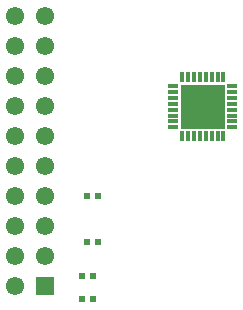
<source format=gbr>
G04*
G04 #@! TF.GenerationSoftware,Altium Limited,Altium Designer,24.10.1 (45)*
G04*
G04 Layer_Color=255*
%FSLAX44Y44*%
%MOMM*%
G71*
G04*
G04 #@! TF.SameCoordinates,6C15008D-1AD3-4549-9602-DC6CD9F93784*
G04*
G04*
G04 #@! TF.FilePolarity,Positive*
G04*
G01*
G75*
%ADD22R,0.8500X0.3000*%
%ADD23R,0.3000X0.8500*%
%ADD24R,3.7000X3.7000*%
G04:AMPARAMS|DCode=25|XSize=0.55mm|YSize=0.5mm|CornerRadius=0.0625mm|HoleSize=0mm|Usage=FLASHONLY|Rotation=90.000|XOffset=0mm|YOffset=0mm|HoleType=Round|Shape=RoundedRectangle|*
%AMROUNDEDRECTD25*
21,1,0.5500,0.3750,0,0,90.0*
21,1,0.4250,0.5000,0,0,90.0*
1,1,0.1250,0.1875,0.2125*
1,1,0.1250,0.1875,-0.2125*
1,1,0.1250,-0.1875,-0.2125*
1,1,0.1250,-0.1875,0.2125*
%
%ADD25ROUNDEDRECTD25*%
%ADD27C,1.5500*%
%ADD28R,1.5500X1.5500*%
D22*
X157372Y551408D02*
D03*
Y546408D02*
D03*
Y541408D02*
D03*
Y536408D02*
D03*
Y531408D02*
D03*
Y526408D02*
D03*
Y521408D02*
D03*
Y516408D02*
D03*
X207372D02*
D03*
Y521408D02*
D03*
Y526408D02*
D03*
Y531408D02*
D03*
Y536408D02*
D03*
Y541408D02*
D03*
Y546408D02*
D03*
Y551408D02*
D03*
D23*
X164872Y508908D02*
D03*
X169872D02*
D03*
X174872D02*
D03*
X179872D02*
D03*
X184872D02*
D03*
X189872D02*
D03*
X194872D02*
D03*
X199872D02*
D03*
Y558908D02*
D03*
X194872D02*
D03*
X189872D02*
D03*
X184872D02*
D03*
X179872D02*
D03*
X174872D02*
D03*
X169872D02*
D03*
X164872D02*
D03*
D24*
X182372Y533908D02*
D03*
D25*
X84654Y419607D02*
D03*
X93654D02*
D03*
X84654Y457962D02*
D03*
X93654D02*
D03*
X80153Y390659D02*
D03*
X89154D02*
D03*
X80154Y371322D02*
D03*
X89154D02*
D03*
D27*
X48768Y534162D02*
D03*
X23368D02*
D03*
Y559562D02*
D03*
X48768D02*
D03*
X23368Y584962D02*
D03*
X48768D02*
D03*
X23368Y610362D02*
D03*
X48768D02*
D03*
X23368Y381762D02*
D03*
Y407162D02*
D03*
X48768D02*
D03*
X23368Y432562D02*
D03*
X48768D02*
D03*
X23368Y457962D02*
D03*
X48768D02*
D03*
Y508762D02*
D03*
Y483362D02*
D03*
X23368D02*
D03*
Y508762D02*
D03*
D28*
X48768Y381762D02*
D03*
M02*

</source>
